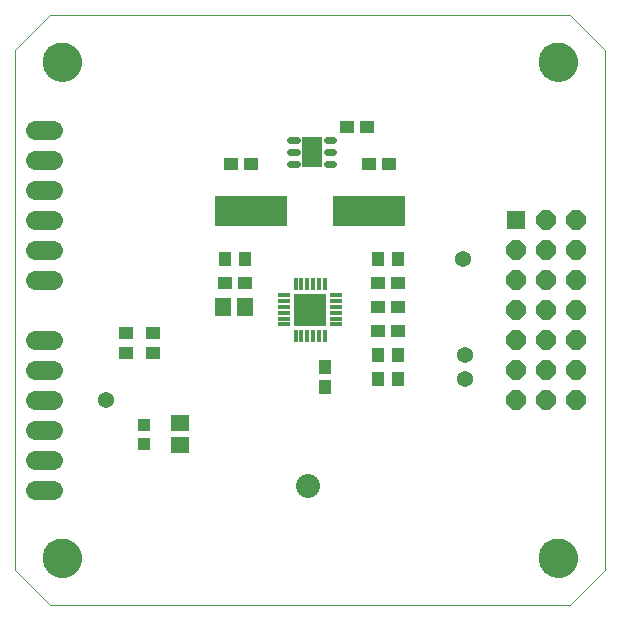
<source format=gts>
G75*
%MOIN*%
%OFA0B0*%
%FSLAX25Y25*%
%IPPOS*%
%LPD*%
%AMOC8*
5,1,8,0,0,1.08239X$1,22.5*
%
%ADD10R,0.04731X0.04337*%
%ADD11R,0.04337X0.04731*%
%ADD12R,0.06306X0.05518*%
%ADD13R,0.05518X0.06306*%
%ADD14R,0.03943X0.03943*%
%ADD15C,0.05400*%
%ADD16R,0.04337X0.01660*%
%ADD17R,0.01660X0.04337*%
%ADD18R,0.11030X0.11030*%
%ADD19R,0.24022X0.10243*%
%ADD20C,0.00000*%
%ADD21C,0.12998*%
%ADD22C,0.06400*%
%ADD23OC8,0.06400*%
%ADD24R,0.06400X0.06400*%
%ADD25C,0.02172*%
%ADD26R,0.06699X0.10243*%
%ADD27C,0.08000*%
D10*
X0053000Y0105154D03*
X0053000Y0111846D03*
X0062000Y0111846D03*
X0062000Y0105154D03*
X0086154Y0128500D03*
X0092846Y0128500D03*
X0094846Y0168000D03*
X0088154Y0168000D03*
X0126654Y0180500D03*
X0133346Y0180500D03*
X0134154Y0168000D03*
X0140846Y0168000D03*
X0143846Y0128500D03*
X0137154Y0128500D03*
X0137154Y0120500D03*
X0143846Y0120500D03*
X0143846Y0112500D03*
X0137154Y0112500D03*
D11*
X0137154Y0104500D03*
X0143846Y0104500D03*
X0143846Y0096500D03*
X0137154Y0096500D03*
X0119500Y0093654D03*
X0119500Y0100346D03*
X0137154Y0136500D03*
X0143846Y0136500D03*
X0092846Y0136500D03*
X0086154Y0136500D03*
D12*
X0071000Y0081740D03*
X0071000Y0074260D03*
D13*
X0085260Y0120500D03*
X0092740Y0120500D03*
D14*
X0059000Y0081150D03*
X0059000Y0074850D03*
D15*
X0046500Y0089500D03*
X0166000Y0096500D03*
X0166000Y0104500D03*
X0165500Y0136500D03*
D16*
X0123220Y0124421D03*
X0123220Y0122453D03*
X0123220Y0120484D03*
X0123220Y0118516D03*
X0123220Y0116547D03*
X0123220Y0114579D03*
X0105780Y0114579D03*
X0105780Y0116547D03*
X0105780Y0118516D03*
X0105780Y0120484D03*
X0105780Y0122453D03*
X0105780Y0124421D03*
D17*
X0109579Y0128220D03*
X0111547Y0128220D03*
X0113516Y0128220D03*
X0115484Y0128220D03*
X0117453Y0128220D03*
X0119421Y0128220D03*
X0119421Y0110780D03*
X0117453Y0110780D03*
X0115484Y0110780D03*
X0113516Y0110780D03*
X0111547Y0110780D03*
X0109579Y0110780D03*
D18*
X0114500Y0119500D03*
D19*
X0094815Y0152500D03*
X0134185Y0152500D03*
D20*
X0016000Y0032811D02*
X0027811Y0021000D01*
X0201039Y0021000D01*
X0212850Y0032811D01*
X0212850Y0206039D01*
X0201039Y0217850D01*
X0027811Y0217850D01*
X0016000Y0206039D01*
X0016000Y0032811D01*
X0025449Y0036748D02*
X0025451Y0036906D01*
X0025457Y0037064D01*
X0025467Y0037222D01*
X0025481Y0037380D01*
X0025499Y0037537D01*
X0025520Y0037694D01*
X0025546Y0037850D01*
X0025576Y0038006D01*
X0025609Y0038161D01*
X0025647Y0038314D01*
X0025688Y0038467D01*
X0025733Y0038619D01*
X0025782Y0038770D01*
X0025835Y0038919D01*
X0025891Y0039067D01*
X0025951Y0039213D01*
X0026015Y0039358D01*
X0026083Y0039501D01*
X0026154Y0039643D01*
X0026228Y0039783D01*
X0026306Y0039920D01*
X0026388Y0040056D01*
X0026472Y0040190D01*
X0026561Y0040321D01*
X0026652Y0040450D01*
X0026747Y0040577D01*
X0026844Y0040702D01*
X0026945Y0040824D01*
X0027049Y0040943D01*
X0027156Y0041060D01*
X0027266Y0041174D01*
X0027379Y0041285D01*
X0027494Y0041394D01*
X0027612Y0041499D01*
X0027733Y0041601D01*
X0027856Y0041701D01*
X0027982Y0041797D01*
X0028110Y0041890D01*
X0028240Y0041980D01*
X0028373Y0042066D01*
X0028508Y0042150D01*
X0028644Y0042229D01*
X0028783Y0042306D01*
X0028924Y0042378D01*
X0029066Y0042448D01*
X0029210Y0042513D01*
X0029356Y0042575D01*
X0029503Y0042633D01*
X0029652Y0042688D01*
X0029802Y0042739D01*
X0029953Y0042786D01*
X0030105Y0042829D01*
X0030258Y0042868D01*
X0030413Y0042904D01*
X0030568Y0042935D01*
X0030724Y0042963D01*
X0030880Y0042987D01*
X0031037Y0043007D01*
X0031195Y0043023D01*
X0031352Y0043035D01*
X0031511Y0043043D01*
X0031669Y0043047D01*
X0031827Y0043047D01*
X0031985Y0043043D01*
X0032144Y0043035D01*
X0032301Y0043023D01*
X0032459Y0043007D01*
X0032616Y0042987D01*
X0032772Y0042963D01*
X0032928Y0042935D01*
X0033083Y0042904D01*
X0033238Y0042868D01*
X0033391Y0042829D01*
X0033543Y0042786D01*
X0033694Y0042739D01*
X0033844Y0042688D01*
X0033993Y0042633D01*
X0034140Y0042575D01*
X0034286Y0042513D01*
X0034430Y0042448D01*
X0034572Y0042378D01*
X0034713Y0042306D01*
X0034852Y0042229D01*
X0034988Y0042150D01*
X0035123Y0042066D01*
X0035256Y0041980D01*
X0035386Y0041890D01*
X0035514Y0041797D01*
X0035640Y0041701D01*
X0035763Y0041601D01*
X0035884Y0041499D01*
X0036002Y0041394D01*
X0036117Y0041285D01*
X0036230Y0041174D01*
X0036340Y0041060D01*
X0036447Y0040943D01*
X0036551Y0040824D01*
X0036652Y0040702D01*
X0036749Y0040577D01*
X0036844Y0040450D01*
X0036935Y0040321D01*
X0037024Y0040190D01*
X0037108Y0040056D01*
X0037190Y0039920D01*
X0037268Y0039783D01*
X0037342Y0039643D01*
X0037413Y0039501D01*
X0037481Y0039358D01*
X0037545Y0039213D01*
X0037605Y0039067D01*
X0037661Y0038919D01*
X0037714Y0038770D01*
X0037763Y0038619D01*
X0037808Y0038467D01*
X0037849Y0038314D01*
X0037887Y0038161D01*
X0037920Y0038006D01*
X0037950Y0037850D01*
X0037976Y0037694D01*
X0037997Y0037537D01*
X0038015Y0037380D01*
X0038029Y0037222D01*
X0038039Y0037064D01*
X0038045Y0036906D01*
X0038047Y0036748D01*
X0038045Y0036590D01*
X0038039Y0036432D01*
X0038029Y0036274D01*
X0038015Y0036116D01*
X0037997Y0035959D01*
X0037976Y0035802D01*
X0037950Y0035646D01*
X0037920Y0035490D01*
X0037887Y0035335D01*
X0037849Y0035182D01*
X0037808Y0035029D01*
X0037763Y0034877D01*
X0037714Y0034726D01*
X0037661Y0034577D01*
X0037605Y0034429D01*
X0037545Y0034283D01*
X0037481Y0034138D01*
X0037413Y0033995D01*
X0037342Y0033853D01*
X0037268Y0033713D01*
X0037190Y0033576D01*
X0037108Y0033440D01*
X0037024Y0033306D01*
X0036935Y0033175D01*
X0036844Y0033046D01*
X0036749Y0032919D01*
X0036652Y0032794D01*
X0036551Y0032672D01*
X0036447Y0032553D01*
X0036340Y0032436D01*
X0036230Y0032322D01*
X0036117Y0032211D01*
X0036002Y0032102D01*
X0035884Y0031997D01*
X0035763Y0031895D01*
X0035640Y0031795D01*
X0035514Y0031699D01*
X0035386Y0031606D01*
X0035256Y0031516D01*
X0035123Y0031430D01*
X0034988Y0031346D01*
X0034852Y0031267D01*
X0034713Y0031190D01*
X0034572Y0031118D01*
X0034430Y0031048D01*
X0034286Y0030983D01*
X0034140Y0030921D01*
X0033993Y0030863D01*
X0033844Y0030808D01*
X0033694Y0030757D01*
X0033543Y0030710D01*
X0033391Y0030667D01*
X0033238Y0030628D01*
X0033083Y0030592D01*
X0032928Y0030561D01*
X0032772Y0030533D01*
X0032616Y0030509D01*
X0032459Y0030489D01*
X0032301Y0030473D01*
X0032144Y0030461D01*
X0031985Y0030453D01*
X0031827Y0030449D01*
X0031669Y0030449D01*
X0031511Y0030453D01*
X0031352Y0030461D01*
X0031195Y0030473D01*
X0031037Y0030489D01*
X0030880Y0030509D01*
X0030724Y0030533D01*
X0030568Y0030561D01*
X0030413Y0030592D01*
X0030258Y0030628D01*
X0030105Y0030667D01*
X0029953Y0030710D01*
X0029802Y0030757D01*
X0029652Y0030808D01*
X0029503Y0030863D01*
X0029356Y0030921D01*
X0029210Y0030983D01*
X0029066Y0031048D01*
X0028924Y0031118D01*
X0028783Y0031190D01*
X0028644Y0031267D01*
X0028508Y0031346D01*
X0028373Y0031430D01*
X0028240Y0031516D01*
X0028110Y0031606D01*
X0027982Y0031699D01*
X0027856Y0031795D01*
X0027733Y0031895D01*
X0027612Y0031997D01*
X0027494Y0032102D01*
X0027379Y0032211D01*
X0027266Y0032322D01*
X0027156Y0032436D01*
X0027049Y0032553D01*
X0026945Y0032672D01*
X0026844Y0032794D01*
X0026747Y0032919D01*
X0026652Y0033046D01*
X0026561Y0033175D01*
X0026472Y0033306D01*
X0026388Y0033440D01*
X0026306Y0033576D01*
X0026228Y0033713D01*
X0026154Y0033853D01*
X0026083Y0033995D01*
X0026015Y0034138D01*
X0025951Y0034283D01*
X0025891Y0034429D01*
X0025835Y0034577D01*
X0025782Y0034726D01*
X0025733Y0034877D01*
X0025688Y0035029D01*
X0025647Y0035182D01*
X0025609Y0035335D01*
X0025576Y0035490D01*
X0025546Y0035646D01*
X0025520Y0035802D01*
X0025499Y0035959D01*
X0025481Y0036116D01*
X0025467Y0036274D01*
X0025457Y0036432D01*
X0025451Y0036590D01*
X0025449Y0036748D01*
X0190803Y0036748D02*
X0190805Y0036906D01*
X0190811Y0037064D01*
X0190821Y0037222D01*
X0190835Y0037380D01*
X0190853Y0037537D01*
X0190874Y0037694D01*
X0190900Y0037850D01*
X0190930Y0038006D01*
X0190963Y0038161D01*
X0191001Y0038314D01*
X0191042Y0038467D01*
X0191087Y0038619D01*
X0191136Y0038770D01*
X0191189Y0038919D01*
X0191245Y0039067D01*
X0191305Y0039213D01*
X0191369Y0039358D01*
X0191437Y0039501D01*
X0191508Y0039643D01*
X0191582Y0039783D01*
X0191660Y0039920D01*
X0191742Y0040056D01*
X0191826Y0040190D01*
X0191915Y0040321D01*
X0192006Y0040450D01*
X0192101Y0040577D01*
X0192198Y0040702D01*
X0192299Y0040824D01*
X0192403Y0040943D01*
X0192510Y0041060D01*
X0192620Y0041174D01*
X0192733Y0041285D01*
X0192848Y0041394D01*
X0192966Y0041499D01*
X0193087Y0041601D01*
X0193210Y0041701D01*
X0193336Y0041797D01*
X0193464Y0041890D01*
X0193594Y0041980D01*
X0193727Y0042066D01*
X0193862Y0042150D01*
X0193998Y0042229D01*
X0194137Y0042306D01*
X0194278Y0042378D01*
X0194420Y0042448D01*
X0194564Y0042513D01*
X0194710Y0042575D01*
X0194857Y0042633D01*
X0195006Y0042688D01*
X0195156Y0042739D01*
X0195307Y0042786D01*
X0195459Y0042829D01*
X0195612Y0042868D01*
X0195767Y0042904D01*
X0195922Y0042935D01*
X0196078Y0042963D01*
X0196234Y0042987D01*
X0196391Y0043007D01*
X0196549Y0043023D01*
X0196706Y0043035D01*
X0196865Y0043043D01*
X0197023Y0043047D01*
X0197181Y0043047D01*
X0197339Y0043043D01*
X0197498Y0043035D01*
X0197655Y0043023D01*
X0197813Y0043007D01*
X0197970Y0042987D01*
X0198126Y0042963D01*
X0198282Y0042935D01*
X0198437Y0042904D01*
X0198592Y0042868D01*
X0198745Y0042829D01*
X0198897Y0042786D01*
X0199048Y0042739D01*
X0199198Y0042688D01*
X0199347Y0042633D01*
X0199494Y0042575D01*
X0199640Y0042513D01*
X0199784Y0042448D01*
X0199926Y0042378D01*
X0200067Y0042306D01*
X0200206Y0042229D01*
X0200342Y0042150D01*
X0200477Y0042066D01*
X0200610Y0041980D01*
X0200740Y0041890D01*
X0200868Y0041797D01*
X0200994Y0041701D01*
X0201117Y0041601D01*
X0201238Y0041499D01*
X0201356Y0041394D01*
X0201471Y0041285D01*
X0201584Y0041174D01*
X0201694Y0041060D01*
X0201801Y0040943D01*
X0201905Y0040824D01*
X0202006Y0040702D01*
X0202103Y0040577D01*
X0202198Y0040450D01*
X0202289Y0040321D01*
X0202378Y0040190D01*
X0202462Y0040056D01*
X0202544Y0039920D01*
X0202622Y0039783D01*
X0202696Y0039643D01*
X0202767Y0039501D01*
X0202835Y0039358D01*
X0202899Y0039213D01*
X0202959Y0039067D01*
X0203015Y0038919D01*
X0203068Y0038770D01*
X0203117Y0038619D01*
X0203162Y0038467D01*
X0203203Y0038314D01*
X0203241Y0038161D01*
X0203274Y0038006D01*
X0203304Y0037850D01*
X0203330Y0037694D01*
X0203351Y0037537D01*
X0203369Y0037380D01*
X0203383Y0037222D01*
X0203393Y0037064D01*
X0203399Y0036906D01*
X0203401Y0036748D01*
X0203399Y0036590D01*
X0203393Y0036432D01*
X0203383Y0036274D01*
X0203369Y0036116D01*
X0203351Y0035959D01*
X0203330Y0035802D01*
X0203304Y0035646D01*
X0203274Y0035490D01*
X0203241Y0035335D01*
X0203203Y0035182D01*
X0203162Y0035029D01*
X0203117Y0034877D01*
X0203068Y0034726D01*
X0203015Y0034577D01*
X0202959Y0034429D01*
X0202899Y0034283D01*
X0202835Y0034138D01*
X0202767Y0033995D01*
X0202696Y0033853D01*
X0202622Y0033713D01*
X0202544Y0033576D01*
X0202462Y0033440D01*
X0202378Y0033306D01*
X0202289Y0033175D01*
X0202198Y0033046D01*
X0202103Y0032919D01*
X0202006Y0032794D01*
X0201905Y0032672D01*
X0201801Y0032553D01*
X0201694Y0032436D01*
X0201584Y0032322D01*
X0201471Y0032211D01*
X0201356Y0032102D01*
X0201238Y0031997D01*
X0201117Y0031895D01*
X0200994Y0031795D01*
X0200868Y0031699D01*
X0200740Y0031606D01*
X0200610Y0031516D01*
X0200477Y0031430D01*
X0200342Y0031346D01*
X0200206Y0031267D01*
X0200067Y0031190D01*
X0199926Y0031118D01*
X0199784Y0031048D01*
X0199640Y0030983D01*
X0199494Y0030921D01*
X0199347Y0030863D01*
X0199198Y0030808D01*
X0199048Y0030757D01*
X0198897Y0030710D01*
X0198745Y0030667D01*
X0198592Y0030628D01*
X0198437Y0030592D01*
X0198282Y0030561D01*
X0198126Y0030533D01*
X0197970Y0030509D01*
X0197813Y0030489D01*
X0197655Y0030473D01*
X0197498Y0030461D01*
X0197339Y0030453D01*
X0197181Y0030449D01*
X0197023Y0030449D01*
X0196865Y0030453D01*
X0196706Y0030461D01*
X0196549Y0030473D01*
X0196391Y0030489D01*
X0196234Y0030509D01*
X0196078Y0030533D01*
X0195922Y0030561D01*
X0195767Y0030592D01*
X0195612Y0030628D01*
X0195459Y0030667D01*
X0195307Y0030710D01*
X0195156Y0030757D01*
X0195006Y0030808D01*
X0194857Y0030863D01*
X0194710Y0030921D01*
X0194564Y0030983D01*
X0194420Y0031048D01*
X0194278Y0031118D01*
X0194137Y0031190D01*
X0193998Y0031267D01*
X0193862Y0031346D01*
X0193727Y0031430D01*
X0193594Y0031516D01*
X0193464Y0031606D01*
X0193336Y0031699D01*
X0193210Y0031795D01*
X0193087Y0031895D01*
X0192966Y0031997D01*
X0192848Y0032102D01*
X0192733Y0032211D01*
X0192620Y0032322D01*
X0192510Y0032436D01*
X0192403Y0032553D01*
X0192299Y0032672D01*
X0192198Y0032794D01*
X0192101Y0032919D01*
X0192006Y0033046D01*
X0191915Y0033175D01*
X0191826Y0033306D01*
X0191742Y0033440D01*
X0191660Y0033576D01*
X0191582Y0033713D01*
X0191508Y0033853D01*
X0191437Y0033995D01*
X0191369Y0034138D01*
X0191305Y0034283D01*
X0191245Y0034429D01*
X0191189Y0034577D01*
X0191136Y0034726D01*
X0191087Y0034877D01*
X0191042Y0035029D01*
X0191001Y0035182D01*
X0190963Y0035335D01*
X0190930Y0035490D01*
X0190900Y0035646D01*
X0190874Y0035802D01*
X0190853Y0035959D01*
X0190835Y0036116D01*
X0190821Y0036274D01*
X0190811Y0036432D01*
X0190805Y0036590D01*
X0190803Y0036748D01*
X0190803Y0202102D02*
X0190805Y0202260D01*
X0190811Y0202418D01*
X0190821Y0202576D01*
X0190835Y0202734D01*
X0190853Y0202891D01*
X0190874Y0203048D01*
X0190900Y0203204D01*
X0190930Y0203360D01*
X0190963Y0203515D01*
X0191001Y0203668D01*
X0191042Y0203821D01*
X0191087Y0203973D01*
X0191136Y0204124D01*
X0191189Y0204273D01*
X0191245Y0204421D01*
X0191305Y0204567D01*
X0191369Y0204712D01*
X0191437Y0204855D01*
X0191508Y0204997D01*
X0191582Y0205137D01*
X0191660Y0205274D01*
X0191742Y0205410D01*
X0191826Y0205544D01*
X0191915Y0205675D01*
X0192006Y0205804D01*
X0192101Y0205931D01*
X0192198Y0206056D01*
X0192299Y0206178D01*
X0192403Y0206297D01*
X0192510Y0206414D01*
X0192620Y0206528D01*
X0192733Y0206639D01*
X0192848Y0206748D01*
X0192966Y0206853D01*
X0193087Y0206955D01*
X0193210Y0207055D01*
X0193336Y0207151D01*
X0193464Y0207244D01*
X0193594Y0207334D01*
X0193727Y0207420D01*
X0193862Y0207504D01*
X0193998Y0207583D01*
X0194137Y0207660D01*
X0194278Y0207732D01*
X0194420Y0207802D01*
X0194564Y0207867D01*
X0194710Y0207929D01*
X0194857Y0207987D01*
X0195006Y0208042D01*
X0195156Y0208093D01*
X0195307Y0208140D01*
X0195459Y0208183D01*
X0195612Y0208222D01*
X0195767Y0208258D01*
X0195922Y0208289D01*
X0196078Y0208317D01*
X0196234Y0208341D01*
X0196391Y0208361D01*
X0196549Y0208377D01*
X0196706Y0208389D01*
X0196865Y0208397D01*
X0197023Y0208401D01*
X0197181Y0208401D01*
X0197339Y0208397D01*
X0197498Y0208389D01*
X0197655Y0208377D01*
X0197813Y0208361D01*
X0197970Y0208341D01*
X0198126Y0208317D01*
X0198282Y0208289D01*
X0198437Y0208258D01*
X0198592Y0208222D01*
X0198745Y0208183D01*
X0198897Y0208140D01*
X0199048Y0208093D01*
X0199198Y0208042D01*
X0199347Y0207987D01*
X0199494Y0207929D01*
X0199640Y0207867D01*
X0199784Y0207802D01*
X0199926Y0207732D01*
X0200067Y0207660D01*
X0200206Y0207583D01*
X0200342Y0207504D01*
X0200477Y0207420D01*
X0200610Y0207334D01*
X0200740Y0207244D01*
X0200868Y0207151D01*
X0200994Y0207055D01*
X0201117Y0206955D01*
X0201238Y0206853D01*
X0201356Y0206748D01*
X0201471Y0206639D01*
X0201584Y0206528D01*
X0201694Y0206414D01*
X0201801Y0206297D01*
X0201905Y0206178D01*
X0202006Y0206056D01*
X0202103Y0205931D01*
X0202198Y0205804D01*
X0202289Y0205675D01*
X0202378Y0205544D01*
X0202462Y0205410D01*
X0202544Y0205274D01*
X0202622Y0205137D01*
X0202696Y0204997D01*
X0202767Y0204855D01*
X0202835Y0204712D01*
X0202899Y0204567D01*
X0202959Y0204421D01*
X0203015Y0204273D01*
X0203068Y0204124D01*
X0203117Y0203973D01*
X0203162Y0203821D01*
X0203203Y0203668D01*
X0203241Y0203515D01*
X0203274Y0203360D01*
X0203304Y0203204D01*
X0203330Y0203048D01*
X0203351Y0202891D01*
X0203369Y0202734D01*
X0203383Y0202576D01*
X0203393Y0202418D01*
X0203399Y0202260D01*
X0203401Y0202102D01*
X0203399Y0201944D01*
X0203393Y0201786D01*
X0203383Y0201628D01*
X0203369Y0201470D01*
X0203351Y0201313D01*
X0203330Y0201156D01*
X0203304Y0201000D01*
X0203274Y0200844D01*
X0203241Y0200689D01*
X0203203Y0200536D01*
X0203162Y0200383D01*
X0203117Y0200231D01*
X0203068Y0200080D01*
X0203015Y0199931D01*
X0202959Y0199783D01*
X0202899Y0199637D01*
X0202835Y0199492D01*
X0202767Y0199349D01*
X0202696Y0199207D01*
X0202622Y0199067D01*
X0202544Y0198930D01*
X0202462Y0198794D01*
X0202378Y0198660D01*
X0202289Y0198529D01*
X0202198Y0198400D01*
X0202103Y0198273D01*
X0202006Y0198148D01*
X0201905Y0198026D01*
X0201801Y0197907D01*
X0201694Y0197790D01*
X0201584Y0197676D01*
X0201471Y0197565D01*
X0201356Y0197456D01*
X0201238Y0197351D01*
X0201117Y0197249D01*
X0200994Y0197149D01*
X0200868Y0197053D01*
X0200740Y0196960D01*
X0200610Y0196870D01*
X0200477Y0196784D01*
X0200342Y0196700D01*
X0200206Y0196621D01*
X0200067Y0196544D01*
X0199926Y0196472D01*
X0199784Y0196402D01*
X0199640Y0196337D01*
X0199494Y0196275D01*
X0199347Y0196217D01*
X0199198Y0196162D01*
X0199048Y0196111D01*
X0198897Y0196064D01*
X0198745Y0196021D01*
X0198592Y0195982D01*
X0198437Y0195946D01*
X0198282Y0195915D01*
X0198126Y0195887D01*
X0197970Y0195863D01*
X0197813Y0195843D01*
X0197655Y0195827D01*
X0197498Y0195815D01*
X0197339Y0195807D01*
X0197181Y0195803D01*
X0197023Y0195803D01*
X0196865Y0195807D01*
X0196706Y0195815D01*
X0196549Y0195827D01*
X0196391Y0195843D01*
X0196234Y0195863D01*
X0196078Y0195887D01*
X0195922Y0195915D01*
X0195767Y0195946D01*
X0195612Y0195982D01*
X0195459Y0196021D01*
X0195307Y0196064D01*
X0195156Y0196111D01*
X0195006Y0196162D01*
X0194857Y0196217D01*
X0194710Y0196275D01*
X0194564Y0196337D01*
X0194420Y0196402D01*
X0194278Y0196472D01*
X0194137Y0196544D01*
X0193998Y0196621D01*
X0193862Y0196700D01*
X0193727Y0196784D01*
X0193594Y0196870D01*
X0193464Y0196960D01*
X0193336Y0197053D01*
X0193210Y0197149D01*
X0193087Y0197249D01*
X0192966Y0197351D01*
X0192848Y0197456D01*
X0192733Y0197565D01*
X0192620Y0197676D01*
X0192510Y0197790D01*
X0192403Y0197907D01*
X0192299Y0198026D01*
X0192198Y0198148D01*
X0192101Y0198273D01*
X0192006Y0198400D01*
X0191915Y0198529D01*
X0191826Y0198660D01*
X0191742Y0198794D01*
X0191660Y0198930D01*
X0191582Y0199067D01*
X0191508Y0199207D01*
X0191437Y0199349D01*
X0191369Y0199492D01*
X0191305Y0199637D01*
X0191245Y0199783D01*
X0191189Y0199931D01*
X0191136Y0200080D01*
X0191087Y0200231D01*
X0191042Y0200383D01*
X0191001Y0200536D01*
X0190963Y0200689D01*
X0190930Y0200844D01*
X0190900Y0201000D01*
X0190874Y0201156D01*
X0190853Y0201313D01*
X0190835Y0201470D01*
X0190821Y0201628D01*
X0190811Y0201786D01*
X0190805Y0201944D01*
X0190803Y0202102D01*
X0025449Y0202102D02*
X0025451Y0202260D01*
X0025457Y0202418D01*
X0025467Y0202576D01*
X0025481Y0202734D01*
X0025499Y0202891D01*
X0025520Y0203048D01*
X0025546Y0203204D01*
X0025576Y0203360D01*
X0025609Y0203515D01*
X0025647Y0203668D01*
X0025688Y0203821D01*
X0025733Y0203973D01*
X0025782Y0204124D01*
X0025835Y0204273D01*
X0025891Y0204421D01*
X0025951Y0204567D01*
X0026015Y0204712D01*
X0026083Y0204855D01*
X0026154Y0204997D01*
X0026228Y0205137D01*
X0026306Y0205274D01*
X0026388Y0205410D01*
X0026472Y0205544D01*
X0026561Y0205675D01*
X0026652Y0205804D01*
X0026747Y0205931D01*
X0026844Y0206056D01*
X0026945Y0206178D01*
X0027049Y0206297D01*
X0027156Y0206414D01*
X0027266Y0206528D01*
X0027379Y0206639D01*
X0027494Y0206748D01*
X0027612Y0206853D01*
X0027733Y0206955D01*
X0027856Y0207055D01*
X0027982Y0207151D01*
X0028110Y0207244D01*
X0028240Y0207334D01*
X0028373Y0207420D01*
X0028508Y0207504D01*
X0028644Y0207583D01*
X0028783Y0207660D01*
X0028924Y0207732D01*
X0029066Y0207802D01*
X0029210Y0207867D01*
X0029356Y0207929D01*
X0029503Y0207987D01*
X0029652Y0208042D01*
X0029802Y0208093D01*
X0029953Y0208140D01*
X0030105Y0208183D01*
X0030258Y0208222D01*
X0030413Y0208258D01*
X0030568Y0208289D01*
X0030724Y0208317D01*
X0030880Y0208341D01*
X0031037Y0208361D01*
X0031195Y0208377D01*
X0031352Y0208389D01*
X0031511Y0208397D01*
X0031669Y0208401D01*
X0031827Y0208401D01*
X0031985Y0208397D01*
X0032144Y0208389D01*
X0032301Y0208377D01*
X0032459Y0208361D01*
X0032616Y0208341D01*
X0032772Y0208317D01*
X0032928Y0208289D01*
X0033083Y0208258D01*
X0033238Y0208222D01*
X0033391Y0208183D01*
X0033543Y0208140D01*
X0033694Y0208093D01*
X0033844Y0208042D01*
X0033993Y0207987D01*
X0034140Y0207929D01*
X0034286Y0207867D01*
X0034430Y0207802D01*
X0034572Y0207732D01*
X0034713Y0207660D01*
X0034852Y0207583D01*
X0034988Y0207504D01*
X0035123Y0207420D01*
X0035256Y0207334D01*
X0035386Y0207244D01*
X0035514Y0207151D01*
X0035640Y0207055D01*
X0035763Y0206955D01*
X0035884Y0206853D01*
X0036002Y0206748D01*
X0036117Y0206639D01*
X0036230Y0206528D01*
X0036340Y0206414D01*
X0036447Y0206297D01*
X0036551Y0206178D01*
X0036652Y0206056D01*
X0036749Y0205931D01*
X0036844Y0205804D01*
X0036935Y0205675D01*
X0037024Y0205544D01*
X0037108Y0205410D01*
X0037190Y0205274D01*
X0037268Y0205137D01*
X0037342Y0204997D01*
X0037413Y0204855D01*
X0037481Y0204712D01*
X0037545Y0204567D01*
X0037605Y0204421D01*
X0037661Y0204273D01*
X0037714Y0204124D01*
X0037763Y0203973D01*
X0037808Y0203821D01*
X0037849Y0203668D01*
X0037887Y0203515D01*
X0037920Y0203360D01*
X0037950Y0203204D01*
X0037976Y0203048D01*
X0037997Y0202891D01*
X0038015Y0202734D01*
X0038029Y0202576D01*
X0038039Y0202418D01*
X0038045Y0202260D01*
X0038047Y0202102D01*
X0038045Y0201944D01*
X0038039Y0201786D01*
X0038029Y0201628D01*
X0038015Y0201470D01*
X0037997Y0201313D01*
X0037976Y0201156D01*
X0037950Y0201000D01*
X0037920Y0200844D01*
X0037887Y0200689D01*
X0037849Y0200536D01*
X0037808Y0200383D01*
X0037763Y0200231D01*
X0037714Y0200080D01*
X0037661Y0199931D01*
X0037605Y0199783D01*
X0037545Y0199637D01*
X0037481Y0199492D01*
X0037413Y0199349D01*
X0037342Y0199207D01*
X0037268Y0199067D01*
X0037190Y0198930D01*
X0037108Y0198794D01*
X0037024Y0198660D01*
X0036935Y0198529D01*
X0036844Y0198400D01*
X0036749Y0198273D01*
X0036652Y0198148D01*
X0036551Y0198026D01*
X0036447Y0197907D01*
X0036340Y0197790D01*
X0036230Y0197676D01*
X0036117Y0197565D01*
X0036002Y0197456D01*
X0035884Y0197351D01*
X0035763Y0197249D01*
X0035640Y0197149D01*
X0035514Y0197053D01*
X0035386Y0196960D01*
X0035256Y0196870D01*
X0035123Y0196784D01*
X0034988Y0196700D01*
X0034852Y0196621D01*
X0034713Y0196544D01*
X0034572Y0196472D01*
X0034430Y0196402D01*
X0034286Y0196337D01*
X0034140Y0196275D01*
X0033993Y0196217D01*
X0033844Y0196162D01*
X0033694Y0196111D01*
X0033543Y0196064D01*
X0033391Y0196021D01*
X0033238Y0195982D01*
X0033083Y0195946D01*
X0032928Y0195915D01*
X0032772Y0195887D01*
X0032616Y0195863D01*
X0032459Y0195843D01*
X0032301Y0195827D01*
X0032144Y0195815D01*
X0031985Y0195807D01*
X0031827Y0195803D01*
X0031669Y0195803D01*
X0031511Y0195807D01*
X0031352Y0195815D01*
X0031195Y0195827D01*
X0031037Y0195843D01*
X0030880Y0195863D01*
X0030724Y0195887D01*
X0030568Y0195915D01*
X0030413Y0195946D01*
X0030258Y0195982D01*
X0030105Y0196021D01*
X0029953Y0196064D01*
X0029802Y0196111D01*
X0029652Y0196162D01*
X0029503Y0196217D01*
X0029356Y0196275D01*
X0029210Y0196337D01*
X0029066Y0196402D01*
X0028924Y0196472D01*
X0028783Y0196544D01*
X0028644Y0196621D01*
X0028508Y0196700D01*
X0028373Y0196784D01*
X0028240Y0196870D01*
X0028110Y0196960D01*
X0027982Y0197053D01*
X0027856Y0197149D01*
X0027733Y0197249D01*
X0027612Y0197351D01*
X0027494Y0197456D01*
X0027379Y0197565D01*
X0027266Y0197676D01*
X0027156Y0197790D01*
X0027049Y0197907D01*
X0026945Y0198026D01*
X0026844Y0198148D01*
X0026747Y0198273D01*
X0026652Y0198400D01*
X0026561Y0198529D01*
X0026472Y0198660D01*
X0026388Y0198794D01*
X0026306Y0198930D01*
X0026228Y0199067D01*
X0026154Y0199207D01*
X0026083Y0199349D01*
X0026015Y0199492D01*
X0025951Y0199637D01*
X0025891Y0199783D01*
X0025835Y0199931D01*
X0025782Y0200080D01*
X0025733Y0200231D01*
X0025688Y0200383D01*
X0025647Y0200536D01*
X0025609Y0200689D01*
X0025576Y0200844D01*
X0025546Y0201000D01*
X0025520Y0201156D01*
X0025499Y0201313D01*
X0025481Y0201470D01*
X0025467Y0201628D01*
X0025457Y0201786D01*
X0025451Y0201944D01*
X0025449Y0202102D01*
D21*
X0031748Y0202102D03*
X0197102Y0202102D03*
X0197102Y0036748D03*
X0031748Y0036748D03*
D22*
X0028843Y0059425D02*
X0022843Y0059425D01*
X0022843Y0069425D02*
X0028843Y0069425D01*
X0028843Y0079425D02*
X0022843Y0079425D01*
X0022843Y0089425D02*
X0028843Y0089425D01*
X0028843Y0099425D02*
X0022843Y0099425D01*
X0022843Y0109425D02*
X0028843Y0109425D01*
X0028843Y0129425D02*
X0022843Y0129425D01*
X0022843Y0139425D02*
X0028843Y0139425D01*
X0028843Y0149425D02*
X0022843Y0149425D01*
X0022843Y0159425D02*
X0028843Y0159425D01*
X0028843Y0169425D02*
X0022843Y0169425D01*
X0022843Y0179425D02*
X0028843Y0179425D01*
D23*
X0182969Y0139425D03*
X0192969Y0139425D03*
X0202969Y0139425D03*
X0202969Y0149425D03*
X0192969Y0149425D03*
X0192969Y0129425D03*
X0202969Y0129425D03*
X0202969Y0119425D03*
X0202969Y0109425D03*
X0202969Y0099425D03*
X0192969Y0099425D03*
X0192969Y0109425D03*
X0192969Y0119425D03*
X0182969Y0119425D03*
X0182969Y0109425D03*
X0182969Y0099425D03*
X0182969Y0089425D03*
X0192969Y0089425D03*
X0202969Y0089425D03*
X0182969Y0129425D03*
D24*
X0182969Y0149425D03*
D25*
X0122184Y0168063D02*
X0120020Y0168063D01*
X0120020Y0172000D02*
X0122184Y0172000D01*
X0122184Y0175937D02*
X0120020Y0175937D01*
X0109980Y0175937D02*
X0107816Y0175937D01*
X0107816Y0172000D02*
X0109980Y0172000D01*
X0109980Y0168063D02*
X0107816Y0168063D01*
D26*
X0115000Y0172000D03*
D27*
X0113800Y0060900D03*
M02*

</source>
